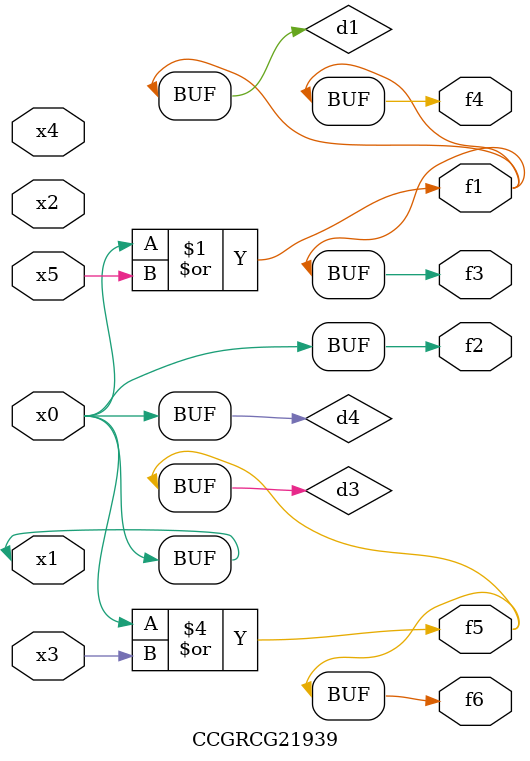
<source format=v>
module CCGRCG21939(
	input x0, x1, x2, x3, x4, x5,
	output f1, f2, f3, f4, f5, f6
);

	wire d1, d2, d3, d4;

	or (d1, x0, x5);
	xnor (d2, x1, x4);
	or (d3, x0, x3);
	buf (d4, x0, x1);
	assign f1 = d1;
	assign f2 = d4;
	assign f3 = d1;
	assign f4 = d1;
	assign f5 = d3;
	assign f6 = d3;
endmodule

</source>
